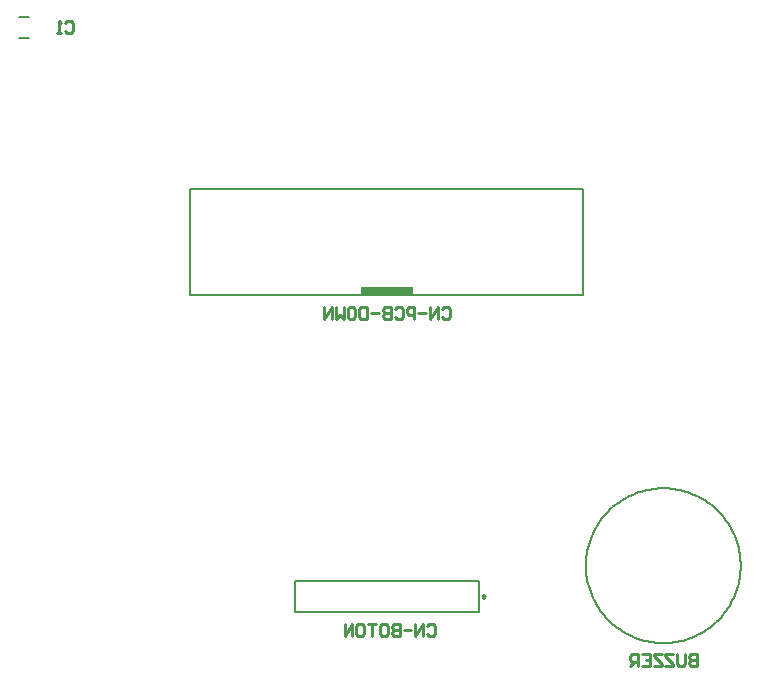
<source format=gbo>
G04*
G04 #@! TF.GenerationSoftware,Altium Limited,Altium Designer,21.3.2 (30)*
G04*
G04 Layer_Color=32896*
%FSLAX25Y25*%
%MOIN*%
G70*
G04*
G04 #@! TF.SameCoordinates,C5F37314-CDAC-41E9-AC7F-4832BFE522EA*
G04*
G04*
G04 #@! TF.FilePolarity,Positive*
G04*
G01*
G75*
%ADD10C,0.00787*%
%ADD12C,0.01000*%
%ADD29C,0.00591*%
%ADD30C,0.00984*%
%ADD31R,0.17717X0.03150*%
D10*
X262323Y179134D02*
Y214567D01*
X131378Y179134D02*
X262323D01*
X131378Y214567D02*
X262323D01*
X131378Y179134D02*
Y214567D01*
X166260Y73445D02*
Y84035D01*
X227441D01*
Y73445D02*
Y84035D01*
X166260Y73445D02*
X227441D01*
X74317Y265059D02*
X77652D01*
X74317Y271949D02*
X77652D01*
D12*
X215217Y174540D02*
X215873Y175196D01*
X217185D01*
X217841Y174540D01*
Y171916D01*
X217185Y171260D01*
X215873D01*
X215217Y171916D01*
X213905Y171260D02*
Y175196D01*
X211281Y171260D01*
Y175196D01*
X209969Y173228D02*
X207346D01*
X206034Y171260D02*
Y175196D01*
X204066D01*
X203410Y174540D01*
Y173228D01*
X204066Y172572D01*
X206034D01*
X199474Y174540D02*
X200130Y175196D01*
X201442D01*
X202098Y174540D01*
Y171916D01*
X201442Y171260D01*
X200130D01*
X199474Y171916D01*
X198162Y175196D02*
Y171260D01*
X196194D01*
X195538Y171916D01*
Y172572D01*
X196194Y173228D01*
X198162D01*
X196194D01*
X195538Y173884D01*
Y174540D01*
X196194Y175196D01*
X198162D01*
X194227Y173228D02*
X191603D01*
X190291Y175196D02*
Y171260D01*
X188323D01*
X187667Y171916D01*
Y174540D01*
X188323Y175196D01*
X190291D01*
X184387D02*
X185699D01*
X186355Y174540D01*
Y171916D01*
X185699Y171260D01*
X184387D01*
X183731Y171916D01*
Y174540D01*
X184387Y175196D01*
X182419D02*
Y171260D01*
X181107Y172572D01*
X179796Y171260D01*
Y175196D01*
X178484Y171260D02*
Y175196D01*
X175860Y171260D01*
Y175196D01*
X210276Y68880D02*
X210932Y69536D01*
X212244D01*
X212900Y68880D01*
Y66256D01*
X212244Y65600D01*
X210932D01*
X210276Y66256D01*
X208964Y65600D02*
Y69536D01*
X206340Y65600D01*
Y69536D01*
X205029Y67568D02*
X202405D01*
X201093Y69536D02*
Y65600D01*
X199125D01*
X198469Y66256D01*
Y66912D01*
X199125Y67568D01*
X201093D01*
X199125D01*
X198469Y68224D01*
Y68880D01*
X199125Y69536D01*
X201093D01*
X195189D02*
X196501D01*
X197157Y68880D01*
Y66256D01*
X196501Y65600D01*
X195189D01*
X194533Y66256D01*
Y68880D01*
X195189Y69536D01*
X193221D02*
X190597D01*
X191909D01*
Y65600D01*
X187318Y69536D02*
X188630D01*
X189286Y68880D01*
Y66256D01*
X188630Y65600D01*
X187318D01*
X186662Y66256D01*
Y68880D01*
X187318Y69536D01*
X185350Y65600D02*
Y69536D01*
X182726Y65600D01*
Y69536D01*
X89576Y269780D02*
X90232Y270436D01*
X91544D01*
X92200Y269780D01*
Y267156D01*
X91544Y266500D01*
X90232D01*
X89576Y267156D01*
X88264Y266500D02*
X86952D01*
X87608D01*
Y270436D01*
X88264Y269780D01*
X300200Y59436D02*
Y55500D01*
X298232D01*
X297576Y56156D01*
Y56812D01*
X298232Y57468D01*
X300200D01*
X298232D01*
X297576Y58124D01*
Y58780D01*
X298232Y59436D01*
X300200D01*
X296264D02*
Y56156D01*
X295608Y55500D01*
X294296D01*
X293640Y56156D01*
Y59436D01*
X292329D02*
X289705D01*
Y58780D01*
X292329Y56156D01*
Y55500D01*
X289705D01*
X288393Y59436D02*
X285769D01*
Y58780D01*
X288393Y56156D01*
Y55500D01*
X285769D01*
X281833Y59436D02*
X284457D01*
Y55500D01*
X281833D01*
X284457Y57468D02*
X283145D01*
X280521Y55500D02*
Y59436D01*
X278553D01*
X277898Y58780D01*
Y57468D01*
X278553Y56812D01*
X280521D01*
X279209D02*
X277898Y55500D01*
D29*
X314787Y89000D02*
X314768Y90000D01*
X314710Y90998D01*
X314613Y91994D01*
X314478Y92985D01*
X314304Y93970D01*
X314092Y94947D01*
X313843Y95916D01*
X313556Y96874D01*
X313232Y97820D01*
X312872Y98753D01*
X312476Y99671D01*
X312045Y100573D01*
X311578Y101458D01*
X311078Y102324D01*
X310545Y103170D01*
X309979Y103995D01*
X309382Y104797D01*
X308754Y105576D01*
X308097Y106329D01*
X307410Y107057D01*
X306696Y107757D01*
X305956Y108429D01*
X305190Y109072D01*
X304399Y109685D01*
X303586Y110266D01*
X302750Y110816D01*
X301894Y111332D01*
X301018Y111816D01*
X300124Y112265D01*
X299214Y112678D01*
X298288Y113057D01*
X297348Y113399D01*
X296396Y113704D01*
X295432Y113972D01*
X294459Y114203D01*
X293478Y114396D01*
X292490Y114550D01*
X291496Y114666D01*
X290499Y114744D01*
X289500Y114783D01*
X288500D01*
X287501Y114744D01*
X286504Y114666D01*
X285510Y114550D01*
X284522Y114396D01*
X283541Y114203D01*
X282568Y113972D01*
X281604Y113704D01*
X280652Y113399D01*
X279712Y113057D01*
X278786Y112678D01*
X277876Y112265D01*
X276982Y111816D01*
X276106Y111332D01*
X275250Y110816D01*
X274414Y110266D01*
X273601Y109685D01*
X272810Y109072D01*
X272044Y108429D01*
X271304Y107757D01*
X270590Y107057D01*
X269903Y106329D01*
X269246Y105576D01*
X268618Y104797D01*
X268021Y103995D01*
X267455Y103170D01*
X266922Y102324D01*
X266422Y101458D01*
X265955Y100573D01*
X265524Y99671D01*
X265128Y98753D01*
X264768Y97820D01*
X264444Y96873D01*
X264157Y95915D01*
X263908Y94947D01*
X263696Y93970D01*
X263522Y92985D01*
X263387Y91994D01*
X263290Y90998D01*
X263232Y90000D01*
X263213Y89000D01*
X263232Y88000D01*
X263290Y87002D01*
X263387Y86006D01*
X263522Y85015D01*
X263696Y84030D01*
X263908Y83053D01*
X264157Y82085D01*
X264444Y81126D01*
X264768Y80180D01*
X265128Y79247D01*
X265524Y78329D01*
X265956Y77426D01*
X266422Y76542D01*
X266922Y75676D01*
X267455Y74830D01*
X268021Y74005D01*
X268618Y73203D01*
X269246Y72424D01*
X269903Y71671D01*
X270590Y70943D01*
X271304Y70243D01*
X272044Y69571D01*
X272811Y68928D01*
X273601Y68315D01*
X274415Y67734D01*
X275250Y67184D01*
X276106Y66667D01*
X276982Y66184D01*
X277876Y65735D01*
X278786Y65321D01*
X279712Y64943D01*
X280652Y64601D01*
X281604Y64296D01*
X282568Y64028D01*
X283541Y63797D01*
X284522Y63604D01*
X285510Y63450D01*
X286504Y63334D01*
X287501Y63256D01*
X288500Y63217D01*
X289500D01*
X290500Y63256D01*
X291497Y63334D01*
X292490Y63450D01*
X293478Y63604D01*
X294460Y63797D01*
X295433Y64028D01*
X296396Y64296D01*
X297348Y64601D01*
X298288Y64943D01*
X299214Y65322D01*
X300125Y65736D01*
X301018Y66184D01*
X301894Y66668D01*
X302750Y67184D01*
X303586Y67734D01*
X304399Y68316D01*
X305190Y68928D01*
X305956Y69571D01*
X306697Y70243D01*
X307411Y70943D01*
X308097Y71671D01*
X308754Y72424D01*
X309382Y73203D01*
X309980Y74005D01*
X310545Y74830D01*
X311079Y75676D01*
X311578Y76542D01*
X312045Y77427D01*
X312476Y78329D01*
X312872Y79247D01*
X313232Y80180D01*
X313556Y81127D01*
X313843Y82085D01*
X314092Y83053D01*
X314304Y84031D01*
X314478Y85016D01*
X314613Y86007D01*
X314710Y87002D01*
X314768Y88000D01*
X314787Y89000D01*
D30*
X229705Y78740D02*
X228966Y79166D01*
Y78314D01*
X229705Y78740D01*
D31*
X196850Y180709D02*
D03*
M02*

</source>
